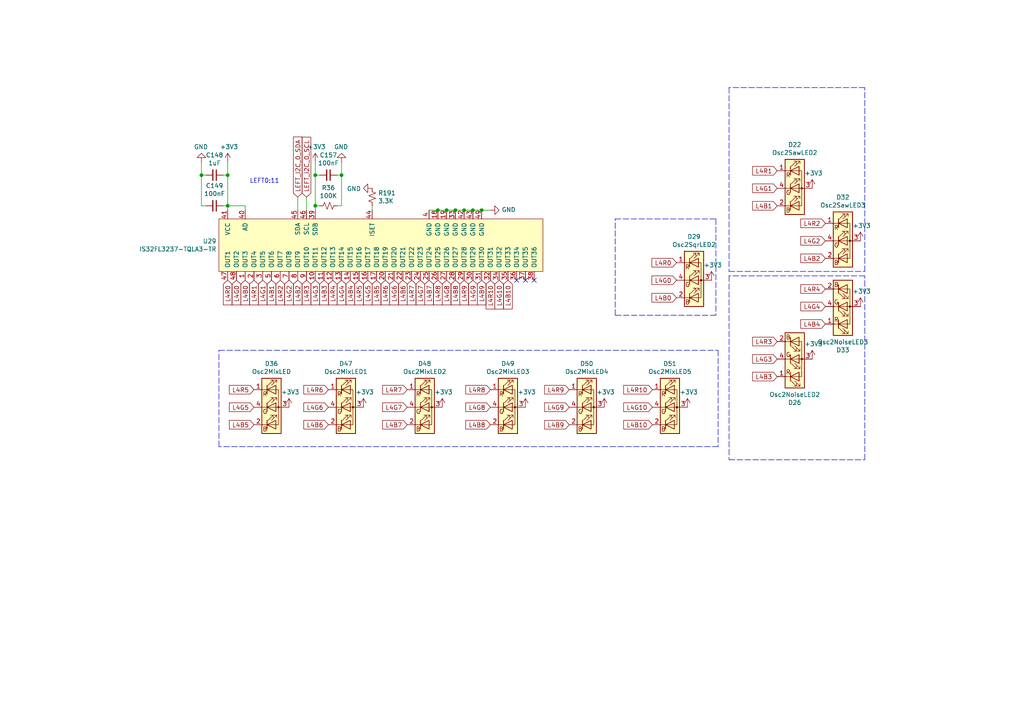
<source format=kicad_sch>
(kicad_sch (version 20210621) (generator eeschema)
  (paper "A4")
  (lib_symbols
    (symbol "Device:C_Small" (pin_numbers hide) (pin_names (offset 0.254) hide)
      (property "Reference" "C" (at 0.254 1.778 0))
      (property "Value" "C_Small" (at 0.254 -2.032 0))
      (symbol "C_Small_0_1"
        (polyline (pts (xy -1.524 -0.508) (xy 1.524 -0.508)) (stroke (width 0.3302)))
        (polyline (pts (xy -1.524 0.508) (xy 1.524 0.508)) (stroke (width 0.3048)))
      )
      (symbol "C_Small_1_1"
        (pin passive line (at 0 2.54 270) (length 2.032) (name "~") (number "1"))
        (pin passive line (at 0 -2.54 90) (length 2.032) (name "~") (number "2"))
      )
    )
    (symbol "Device:R_Small_US" (pin_numbers hide) (pin_names (offset 0.254) hide)
      (property "Reference" "R" (at 0.762 0.508 0))
      (property "Value" "R_Small_US" (at 0.762 -1.016 0))
      (symbol "R_Small_US_1_1"
        (polyline (pts (xy 0 0) (xy 1.016 -0.381) (xy 0 -0.762) (xy -1.016 -1.143) (xy 0 -1.524)))
        (polyline (pts (xy 0 1.524) (xy 1.016 1.143) (xy 0 0.762) (xy -1.016 0.381) (xy 0 0)))
        (pin passive line (at 0 2.54 270) (length 1.016) (name "~") (number "1"))
        (pin passive line (at 0 -2.54 90) (length 1.016) (name "~") (number "2"))
      )
    )
    (symbol "IS32FL3237:IS32FL3237-TQLA3-TR" (pin_names (offset 1.016))
      (property "Reference" "U" (at 0 0 0))
      (property "Value" "IS32FL3237-TQLA3-TR" (at 0 0 0))
      (symbol "IS32FL3237-TQLA3-TR_0_1"
        (rectangle (start -7.62 -2.54) (end 7.62 -96.52) (fill (type background)))
      )
      (symbol "IS32FL3237-TQLA3-TR_1_1"
        (pin output line (at 10.16 -10.16 180) (length 2.54) (name "OUT3") (number "1"))
        (pin output line (at 10.16 -30.48 180) (length 2.54) (name "OUT11") (number "10"))
        (pin output line (at 10.16 -33.02 180) (length 2.54) (name "OUT12") (number "11"))
        (pin output line (at 10.16 -35.56 180) (length 2.54) (name "OUT13") (number "12"))
        (pin output line (at 10.16 -38.1 180) (length 2.54) (name "OUT14") (number "13"))
        (pin output line (at 10.16 -40.64 180) (length 2.54) (name "OUT15") (number "14"))
        (pin output line (at 10.16 -43.18 180) (length 2.54) (name "OUT16") (number "15"))
        (pin output line (at 10.16 -45.72 180) (length 2.54) (name "OUT17") (number "16"))
        (pin output line (at 10.16 -48.26 180) (length 2.54) (name "OUT18") (number "17"))
        (pin power_in line (at -10.16 -66.04 0) (length 2.54) (name "GND") (number "18"))
        (pin power_in line (at -10.16 -68.58 0) (length 2.54) (name "GND") (number "19"))
        (pin output line (at 10.16 -12.7 180) (length 2.54) (name "OUT4") (number "2"))
        (pin output line (at 10.16 -50.8 180) (length 2.54) (name "OUT19") (number "20"))
        (pin output line (at 10.16 -53.34 180) (length 2.54) (name "OUT20") (number "21"))
        (pin output line (at 10.16 -55.88 180) (length 2.54) (name "OUT21") (number "22"))
        (pin output line (at 10.16 -58.42 180) (length 2.54) (name "OUT22") (number "23"))
        (pin output line (at 10.16 -60.96 180) (length 2.54) (name "OUT23") (number "24"))
        (pin output line (at 10.16 -63.5 180) (length 2.54) (name "OUT24") (number "25"))
        (pin output line (at 10.16 -66.04 180) (length 2.54) (name "OUT25") (number "26"))
        (pin output line (at 10.16 -68.58 180) (length 2.54) (name "OUT26") (number "27"))
        (pin output line (at 10.16 -71.12 180) (length 2.54) (name "OUT27") (number "28"))
        (pin output line (at 10.16 -73.66 180) (length 2.54) (name "OUT28") (number "29"))
        (pin output line (at 10.16 -15.24 180) (length 2.54) (name "OUT5") (number "3"))
        (pin output line (at 10.16 -76.2 180) (length 2.54) (name "OUT29") (number "30"))
        (pin output line (at 10.16 -78.74 180) (length 2.54) (name "OUT30") (number "31"))
        (pin output line (at 10.16 -81.28 180) (length 2.54) (name "OUT31") (number "32"))
        (pin power_in line (at -10.16 -71.12 0) (length 2.54) (name "GND") (number "33"))
        (pin output line (at 10.16 -83.82 180) (length 2.54) (name "OUT32") (number "34"))
        (pin output line (at 10.16 -86.36 180) (length 2.54) (name "OUT33") (number "35"))
        (pin output line (at 10.16 -88.9 180) (length 2.54) (name "OUT34") (number "36"))
        (pin output line (at 10.16 -91.44 180) (length 2.54) (name "OUT35") (number "37"))
        (pin output line (at 10.16 -93.98 180) (length 2.54) (name "OUT36") (number "38"))
        (pin input line (at -10.16 -30.48 0) (length 2.54) (name "SDB") (number "39"))
        (pin power_in line (at -10.16 -63.5 0) (length 2.54) (name "GND") (number "4"))
        (pin input line (at -10.16 -10.16 0) (length 2.54) (name "AD") (number "40"))
        (pin power_in line (at -10.16 -5.08 0) (length 2.54) (name "VCC") (number "41"))
        (pin power_in line (at -10.16 -73.66 0) (length 2.54) (name "GND") (number "42"))
        (pin power_in line (at -10.16 -76.2 0) (length 2.54) (name "GND") (number "43"))
        (pin input line (at -10.16 -46.99 0) (length 2.54) (name "ISET") (number "44"))
        (pin input line (at -10.16 -25.4 0) (length 2.54) (name "SDA") (number "45"))
        (pin input line (at -10.16 -27.94 0) (length 2.54) (name "SCL") (number "46"))
        (pin output line (at 10.16 -5.08 180) (length 2.54) (name "OUT1") (number "47"))
        (pin output line (at 10.16 -7.62 180) (length 2.54) (name "OUT2") (number "48"))
        (pin power_in line (at -10.16 -78.74 0) (length 2.54) (name "GND") (number "49"))
        (pin output line (at 10.16 -17.78 180) (length 2.54) (name "OUT6") (number "5"))
        (pin output line (at 10.16 -20.32 180) (length 2.54) (name "OUT7") (number "6"))
        (pin output line (at 10.16 -22.86 180) (length 2.54) (name "OUT8") (number "7"))
        (pin output line (at 10.16 -25.4 180) (length 2.54) (name "OUT9") (number "8"))
        (pin output line (at 10.16 -27.94 180) (length 2.54) (name "OUT10") (number "9"))
      )
    )
    (symbol "fm-b2020rgba-hg:FM-B2020RGBA-HG" (pin_names (offset 0) hide)
      (property "Reference" "D" (at 0 9.398 0))
      (property "Value" "FM-B2020RGBA-HG" (at 0 -8.89 0))
      (symbol "FM-B2020RGBA-HG_0_0"
        (text "B" (at -1.905 -6.35 0) (effects (font (size 1.27 1.27))))
        (text "G" (at -1.905 -1.27 0) (effects (font (size 1.27 1.27))))
        (text "R" (at -1.905 3.81 0) (effects (font (size 1.27 1.27))))
      )
      (symbol "FM-B2020RGBA-HG_0_1"
        (circle (center 2.032 0) (radius 0.254) (fill (type outline)))
        (rectangle (start 1.27 -1.27) (end 1.27 1.27))
        (rectangle (start 1.27 1.27) (end 1.27 1.27))
        (rectangle (start 1.27 3.81) (end 1.27 6.35))
        (rectangle (start 1.27 6.35) (end 1.27 6.35))
        (rectangle (start 2.794 8.382) (end -2.794 -7.62) (stroke (width 0.254)) (fill (type background)))
        (polyline (pts (xy -1.27 -5.08) (xy -2.54 -5.08)))
        (polyline (pts (xy -1.27 -5.08) (xy 1.27 -5.08)))
        (polyline (pts (xy -1.27 -3.81) (xy -1.27 -6.35)))
        (polyline (pts (xy -1.27 -3.81) (xy -1.27 -6.35)) (stroke (width 0.2032)))
        (polyline (pts (xy -1.27 0) (xy -2.54 0)))
        (polyline (pts (xy -1.27 0) (xy 1.27 0)))
        (polyline (pts (xy -1.27 1.27) (xy -1.27 -1.27)) (stroke (width 0.2032)))
        (polyline (pts (xy -1.27 5.08) (xy -2.54 5.08)))
        (polyline (pts (xy -1.27 6.35) (xy -1.27 3.81)) (stroke (width 0.2032)))
        (polyline (pts (xy 1.27 0) (xy 2.54 0)))
        (polyline (pts (xy 1.27 5.08) (xy -1.27 5.08)))
        (polyline (pts (xy -1.27 1.27) (xy -1.27 -1.27) (xy -1.27 -1.27)))
        (polyline (pts (xy -1.27 6.35) (xy -1.27 3.81) (xy -1.27 3.81)))
        (polyline (pts (xy 1.27 -5.08) (xy 2.032 -5.08) (xy 2.032 5.08) (xy 1.27 5.08)))
        (polyline (pts (xy 1.27 -3.81) (xy 1.27 -6.35) (xy -1.27 -5.08) (xy 1.27 -3.81)) (stroke (width 0.2032)))
        (polyline (pts (xy 1.27 1.27) (xy 1.27 -1.27) (xy -1.27 0) (xy 1.27 1.27)) (stroke (width 0.2032)))
        (polyline (pts (xy 1.27 6.35) (xy 1.27 3.81) (xy -1.27 5.08) (xy 1.27 6.35)) (stroke (width 0.2032)))
        (polyline (pts (xy -1.016 -3.81) (xy 0.508 -2.286) (xy -0.254 -2.286) (xy 0.508 -2.286) (xy 0.508 -3.048)))
        (polyline (pts (xy -1.016 1.27) (xy 0.508 2.794) (xy -0.254 2.794) (xy 0.508 2.794) (xy 0.508 2.032)))
        (polyline (pts (xy -1.016 6.35) (xy 0.508 7.874) (xy -0.254 7.874) (xy 0.508 7.874) (xy 0.508 7.112)))
        (polyline (pts (xy 0 -3.81) (xy 1.524 -2.286) (xy 0.762 -2.286) (xy 1.524 -2.286) (xy 1.524 -3.048)))
        (polyline (pts (xy 0 1.27) (xy 1.524 2.794) (xy 0.762 2.794) (xy 1.524 2.794) (xy 1.524 2.032)))
        (polyline (pts (xy 0 6.35) (xy 1.524 7.874) (xy 0.762 7.874) (xy 1.524 7.874) (xy 1.524 7.112)))
      )
      (symbol "FM-B2020RGBA-HG_1_1"
        (pin passive line (at -5.08 5.08 0) (length 2.54) (name "R-") (number "1"))
        (pin passive line (at -5.08 -5.08 0) (length 2.54) (name "B-") (number "2"))
        (pin passive line (at 5.08 0 180) (length 2.54) (name "+") (number "3"))
        (pin passive line (at -5.08 0 0) (length 2.54) (name "G-") (number "4"))
      )
    )
    (symbol "power:+3.3V" (power) (pin_names (offset 0))
      (property "Value" "+3.3V" (at 0 3.556 0))
      (symbol "+3.3V_0_1"
        (polyline (pts (xy -0.762 1.27) (xy 0 2.54)))
        (polyline (pts (xy 0 0) (xy 0 2.54)))
        (polyline (pts (xy 0 2.54) (xy 0.762 1.27)))
      )
      (symbol "+3.3V_1_1"
        (pin power_in line (at 0 0 90) (length 0) hide (name "+3V3") (number "1"))
      )
    )
    (symbol "power:GND" (power) (pin_names (offset 0))
      (property "Value" "GND" (at 0 -3.81 0))
      (symbol "GND_0_1"
        (polyline (pts (xy 0 0) (xy 0 -1.27) (xy 1.27 -1.27) (xy 0 -2.54) (xy -1.27 -1.27) (xy 0 -1.27)))
      )
      (symbol "GND_1_1"
        (pin power_in line (at 0 0 270) (length 0) hide (name "GND") (number "1"))
      )
    )
  )
  (junction (at 58.42 50.8))
  (junction (at 66.04 50.8))
  (junction (at 66.04 59.69))
  (junction (at 91.44 50.8))
  (junction (at 91.44 59.69))
  (junction (at 99.06 50.8))
  (junction (at 127 60.96))
  (junction (at 129.54 60.96))
  (junction (at 132.08 60.96))
  (junction (at 134.62 60.96))
  (junction (at 137.16 60.96))
  (junction (at 139.7 60.96))
  (no_connect (at 149.86 81.28))
  (no_connect (at 152.4 81.28))
  (no_connect (at 154.94 81.28))
  (wire (pts (xy 58.42 46.99) (xy 58.42 50.8)))
  (wire (pts (xy 58.42 50.8) (xy 58.42 59.69)))
  (wire (pts (xy 58.42 59.69) (xy 59.69 59.69)))
  (wire (pts (xy 59.69 50.8) (xy 58.42 50.8)))
  (wire (pts (xy 64.77 50.8) (xy 66.04 50.8)))
  (wire (pts (xy 64.77 59.69) (xy 66.04 59.69)))
  (wire (pts (xy 66.04 46.99) (xy 66.04 50.8)))
  (wire (pts (xy 66.04 50.8) (xy 66.04 59.69)))
  (wire (pts (xy 66.04 59.69) (xy 66.04 60.96)))
  (wire (pts (xy 66.04 59.69) (xy 71.12 59.69)))
  (wire (pts (xy 71.12 60.96) (xy 71.12 59.69)))
  (wire (pts (xy 86.36 57.15) (xy 86.36 60.96)))
  (wire (pts (xy 88.9 57.15) (xy 88.9 60.96)))
  (wire (pts (xy 91.44 46.99) (xy 91.44 50.8)))
  (wire (pts (xy 91.44 50.8) (xy 91.44 59.69)))
  (wire (pts (xy 91.44 59.69) (xy 91.44 60.96)))
  (wire (pts (xy 92.71 50.8) (xy 91.44 50.8)))
  (wire (pts (xy 92.71 59.69) (xy 91.44 59.69)))
  (wire (pts (xy 97.79 50.8) (xy 99.06 50.8)))
  (wire (pts (xy 99.06 46.99) (xy 99.06 50.8)))
  (wire (pts (xy 99.06 50.8) (xy 99.06 59.69)))
  (wire (pts (xy 99.06 59.69) (xy 97.79 59.69)))
  (wire (pts (xy 107.95 59.69) (xy 107.95 60.96)))
  (wire (pts (xy 127 60.96) (xy 124.46 60.96)))
  (wire (pts (xy 129.54 60.96) (xy 127 60.96)))
  (wire (pts (xy 132.08 60.96) (xy 129.54 60.96)))
  (wire (pts (xy 134.62 60.96) (xy 132.08 60.96)))
  (wire (pts (xy 137.16 60.96) (xy 134.62 60.96)))
  (wire (pts (xy 139.7 60.96) (xy 137.16 60.96)))
  (wire (pts (xy 142.24 60.96) (xy 139.7 60.96)))
  (polyline (pts (xy 63.5 101.6) (xy 208.28 101.6)))
  (polyline (pts (xy 63.5 129.54) (xy 63.5 101.6)))
  (polyline (pts (xy 178.435 63.5) (xy 207.645 63.5)))
  (polyline (pts (xy 178.435 91.44) (xy 178.435 63.5)))
  (polyline (pts (xy 207.645 63.5) (xy 207.645 91.44)))
  (polyline (pts (xy 207.645 91.44) (xy 178.435 91.44)))
  (polyline (pts (xy 208.28 101.6) (xy 208.28 129.54)))
  (polyline (pts (xy 208.28 129.54) (xy 63.5 129.54)))
  (polyline (pts (xy 211.455 25.4) (xy 211.455 78.74)))
  (polyline (pts (xy 211.455 78.74) (xy 250.825 78.74)))
  (polyline (pts (xy 211.455 80.01) (xy 211.455 133.35)))
  (polyline (pts (xy 211.455 133.35) (xy 250.825 133.35)))
  (polyline (pts (xy 250.825 25.4) (xy 211.455 25.4)))
  (polyline (pts (xy 250.825 78.74) (xy 250.825 25.4)))
  (polyline (pts (xy 250.825 80.01) (xy 211.455 80.01)))
  (polyline (pts (xy 250.825 133.35) (xy 250.825 80.01)))
  (text "LEFT0:11" (at 72.39 53.34 0) (effects (font (size 1.27 1.27)) (justify left bottom)))
  (global_label "L4R0" (shape input) (at 66.04 81.28 270) (property "Intersheet References" "${INTERSHEET_REFS}" (effects hide)))
  (global_label "L4G0" (shape input) (at 68.58 81.28 270) (property "Intersheet References" "${INTERSHEET_REFS}" (effects hide)))
  (global_label "L4B0" (shape input) (at 71.12 81.28 270) (property "Intersheet References" "${INTERSHEET_REFS}" (effects hide)))
  (global_label "L4R1" (shape input) (at 73.66 81.28 270) (property "Intersheet References" "${INTERSHEET_REFS}" (effects hide)))
  (global_label "L4R5" (shape input) (at 73.66 113.03 180) (property "Intersheet References" "${INTERSHEET_REFS}" (effects hide)))
  (global_label "L4G5" (shape input) (at 73.66 118.11 180) (property "Intersheet References" "${INTERSHEET_REFS}" (effects hide)))
  (global_label "L4B5" (shape input) (at 73.66 123.19 180) (property "Intersheet References" "${INTERSHEET_REFS}" (effects hide)))
  (global_label "L4G1" (shape input) (at 76.2 81.28 270) (property "Intersheet References" "${INTERSHEET_REFS}" (effects hide)))
  (global_label "L4B1" (shape input) (at 78.74 81.28 270) (property "Intersheet References" "${INTERSHEET_REFS}" (effects hide)))
  (global_label "L4R2" (shape input) (at 81.28 81.28 270) (property "Intersheet References" "${INTERSHEET_REFS}" (effects hide)))
  (global_label "L4G2" (shape input) (at 83.82 81.28 270) (property "Intersheet References" "${INTERSHEET_REFS}" (effects hide)))
  (global_label "LEFT_I2C_0_SDA" (shape input) (at 86.36 57.15 90) (property "Intersheet References" "${INTERSHEET_REFS}" (effects hide)))
  (global_label "L4B2" (shape input) (at 86.36 81.28 270) (property "Intersheet References" "${INTERSHEET_REFS}" (effects hide)))
  (global_label "LEFT_I2C_0_SCL" (shape input) (at 88.9 57.15 90) (property "Intersheet References" "${INTERSHEET_REFS}" (effects hide)))
  (global_label "L4R3" (shape input) (at 88.9 81.28 270) (property "Intersheet References" "${INTERSHEET_REFS}" (effects hide)))
  (global_label "L4G3" (shape input) (at 91.44 81.28 270) (property "Intersheet References" "${INTERSHEET_REFS}" (effects hide)))
  (global_label "L4B3" (shape input) (at 93.98 81.28 270) (property "Intersheet References" "${INTERSHEET_REFS}" (effects hide)))
  (global_label "L4R6" (shape input) (at 95.25 113.03 180) (property "Intersheet References" "${INTERSHEET_REFS}" (effects hide)))
  (global_label "L4G6" (shape input) (at 95.25 118.11 180) (property "Intersheet References" "${INTERSHEET_REFS}" (effects hide)))
  (global_label "L4B6" (shape input) (at 95.25 123.19 180) (property "Intersheet References" "${INTERSHEET_REFS}" (effects hide)))
  (global_label "L4R4" (shape input) (at 96.52 81.28 270) (property "Intersheet References" "${INTERSHEET_REFS}" (effects hide)))
  (global_label "L4G4" (shape input) (at 99.06 81.28 270) (property "Intersheet References" "${INTERSHEET_REFS}" (effects hide)))
  (global_label "L4B4" (shape input) (at 101.6 81.28 270) (property "Intersheet References" "${INTERSHEET_REFS}" (effects hide)))
  (global_label "L4R5" (shape input) (at 104.14 81.28 270) (property "Intersheet References" "${INTERSHEET_REFS}" (effects hide)))
  (global_label "L4G5" (shape input) (at 106.68 81.28 270) (property "Intersheet References" "${INTERSHEET_REFS}" (effects hide)))
  (global_label "L4B5" (shape input) (at 109.22 81.28 270) (property "Intersheet References" "${INTERSHEET_REFS}" (effects hide)))
  (global_label "L4R6" (shape input) (at 111.76 81.28 270) (property "Intersheet References" "${INTERSHEET_REFS}" (effects hide)))
  (global_label "L4G6" (shape input) (at 114.3 81.28 270) (property "Intersheet References" "${INTERSHEET_REFS}" (effects hide)))
  (global_label "L4B6" (shape input) (at 116.84 81.28 270) (property "Intersheet References" "${INTERSHEET_REFS}" (effects hide)))
  (global_label "L4R7" (shape input) (at 118.11 113.03 180) (property "Intersheet References" "${INTERSHEET_REFS}" (effects hide)))
  (global_label "L4G7" (shape input) (at 118.11 118.11 180) (property "Intersheet References" "${INTERSHEET_REFS}" (effects hide)))
  (global_label "L4B7" (shape input) (at 118.11 123.19 180) (property "Intersheet References" "${INTERSHEET_REFS}" (effects hide)))
  (global_label "L4R7" (shape input) (at 119.38 81.28 270) (property "Intersheet References" "${INTERSHEET_REFS}" (effects hide)))
  (global_label "L4G7" (shape input) (at 121.92 81.28 270) (property "Intersheet References" "${INTERSHEET_REFS}" (effects hide)))
  (global_label "L4B7" (shape input) (at 124.46 81.28 270) (property "Intersheet References" "${INTERSHEET_REFS}" (effects hide)))
  (global_label "L4R8" (shape input) (at 127 81.28 270) (property "Intersheet References" "${INTERSHEET_REFS}" (effects hide)))
  (global_label "L4G8" (shape input) (at 129.54 81.28 270) (property "Intersheet References" "${INTERSHEET_REFS}" (effects hide)))
  (global_label "L4B8" (shape input) (at 132.08 81.28 270) (property "Intersheet References" "${INTERSHEET_REFS}" (effects hide)))
  (global_label "L4R9" (shape input) (at 134.62 81.28 270) (property "Intersheet References" "${INTERSHEET_REFS}" (effects hide)))
  (global_label "L4G9" (shape input) (at 137.16 81.28 270) (property "Intersheet References" "${INTERSHEET_REFS}" (effects hide)))
  (global_label "L4B9" (shape input) (at 139.7 81.28 270) (property "Intersheet References" "${INTERSHEET_REFS}" (effects hide)))
  (global_label "L4R10" (shape input) (at 142.24 81.28 270) (property "Intersheet References" "${INTERSHEET_REFS}" (effects hide)))
  (global_label "L4R8" (shape input) (at 142.24 113.03 180) (property "Intersheet References" "${INTERSHEET_REFS}" (effects hide)))
  (global_label "L4G8" (shape input) (at 142.24 118.11 180) (property "Intersheet References" "${INTERSHEET_REFS}" (effects hide)))
  (global_label "L4B8" (shape input) (at 142.24 123.19 180) (property "Intersheet References" "${INTERSHEET_REFS}" (effects hide)))
  (global_label "L4G10" (shape input) (at 144.78 81.28 270) (property "Intersheet References" "${INTERSHEET_REFS}" (effects hide)))
  (global_label "L4B10" (shape input) (at 147.32 81.28 270) (property "Intersheet References" "${INTERSHEET_REFS}" (effects hide)))
  (global_label "L4R9" (shape input) (at 165.1 113.03 180) (property "Intersheet References" "${INTERSHEET_REFS}" (effects hide)))
  (global_label "L4G9" (shape input) (at 165.1 118.11 180) (property "Intersheet References" "${INTERSHEET_REFS}" (effects hide)))
  (global_label "L4B9" (shape input) (at 165.1 123.19 180) (property "Intersheet References" "${INTERSHEET_REFS}" (effects hide)))
  (global_label "L4R10" (shape input) (at 189.23 113.03 180) (property "Intersheet References" "${INTERSHEET_REFS}" (effects hide)))
  (global_label "L4G10" (shape input) (at 189.23 118.11 180) (property "Intersheet References" "${INTERSHEET_REFS}" (effects hide)))
  (global_label "L4B10" (shape input) (at 189.23 123.19 180) (property "Intersheet References" "${INTERSHEET_REFS}" (effects hide)))
  (global_label "L4R0" (shape input) (at 196.215 76.2 180) (property "Intersheet References" "${INTERSHEET_REFS}" (effects hide)))
  (global_label "L4G0" (shape input) (at 196.215 81.28 180) (property "Intersheet References" "${INTERSHEET_REFS}" (effects hide)))
  (global_label "L4B0" (shape input) (at 196.215 86.36 180) (property "Intersheet References" "${INTERSHEET_REFS}" (effects hide)))
  (global_label "L4R1" (shape input) (at 225.425 49.53 180) (property "Intersheet References" "${INTERSHEET_REFS}" (effects hide)))
  (global_label "L4G1" (shape input) (at 225.425 54.61 180) (property "Intersheet References" "${INTERSHEET_REFS}" (effects hide)))
  (global_label "L4B1" (shape input) (at 225.425 59.69 180) (property "Intersheet References" "${INTERSHEET_REFS}" (effects hide)))
  (global_label "L4R3" (shape input) (at 225.425 99.06 180) (property "Intersheet References" "${INTERSHEET_REFS}" (effects hide)))
  (global_label "L4G3" (shape input) (at 225.425 104.14 180) (property "Intersheet References" "${INTERSHEET_REFS}" (effects hide)))
  (global_label "L4B3" (shape input) (at 225.425 109.22 180) (property "Intersheet References" "${INTERSHEET_REFS}" (effects hide)))
  (global_label "L4R2" (shape input) (at 239.395 64.77 180) (property "Intersheet References" "${INTERSHEET_REFS}" (effects hide)))
  (global_label "L4G2" (shape input) (at 239.395 69.85 180) (property "Intersheet References" "${INTERSHEET_REFS}" (effects hide)))
  (global_label "L4B2" (shape input) (at 239.395 74.93 180) (property "Intersheet References" "${INTERSHEET_REFS}" (effects hide)))
  (global_label "L4R4" (shape input) (at 239.395 83.82 180) (property "Intersheet References" "${INTERSHEET_REFS}" (effects hide)))
  (global_label "L4G4" (shape input) (at 239.395 88.9 180) (property "Intersheet References" "${INTERSHEET_REFS}" (effects hide)))
  (global_label "L4B4" (shape input) (at 239.395 93.98 180) (property "Intersheet References" "${INTERSHEET_REFS}" (effects hide)))
  (symbol (lib_id "power:+3.3V") (at 66.04 46.99 0) (unit 1)
    (property "Reference" "#PWR078" (effects hide))
    (property "Value" "+3.3V" (at 66.421 42.5958 0))
  )
  (symbol (lib_id "power:+3.3V") (at 83.82 118.11 0) (unit 1)
    (property "Reference" "#PWR0718" (effects hide))
    (property "Value" "+3.3V" (at 84.201 113.7158 0))
  )
  (symbol (lib_id "power:+3.3V") (at 91.44 46.99 0) (unit 1)
    (property "Reference" "#PWR0338" (effects hide))
    (property "Value" "+3.3V" (at 91.821 42.5958 0))
  )
  (symbol (lib_id "power:+3.3V") (at 105.41 118.11 0) (unit 1)
    (property "Reference" "#PWR0719" (effects hide))
    (property "Value" "+3.3V" (at 105.791 113.7158 0))
  )
  (symbol (lib_id "power:+3.3V") (at 128.27 118.11 0) (unit 1)
    (property "Reference" "#PWR0722" (effects hide))
    (property "Value" "+3.3V" (at 128.651 113.7158 0))
  )
  (symbol (lib_id "power:+3.3V") (at 152.4 118.11 0) (unit 1)
    (property "Reference" "#PWR0723" (effects hide))
    (property "Value" "+3.3V" (at 152.781 113.7158 0))
  )
  (symbol (lib_id "power:+3.3V") (at 175.26 118.11 0) (unit 1)
    (property "Reference" "#PWR0724" (effects hide))
    (property "Value" "+3.3V" (at 175.641 113.7158 0))
  )
  (symbol (lib_id "power:+3.3V") (at 199.39 118.11 0) (unit 1)
    (property "Reference" "#PWR0725" (effects hide))
    (property "Value" "+3.3V" (at 199.771 113.7158 0))
  )
  (symbol (lib_id "power:+3.3V") (at 206.375 81.28 0) (unit 1)
    (property "Reference" "#PWR0701" (effects hide))
    (property "Value" "+3.3V" (at 206.756 76.8858 0))
  )
  (symbol (lib_id "power:+3.3V") (at 235.585 54.61 0) (unit 1)
    (property "Reference" "#PWR0700" (effects hide))
    (property "Value" "+3.3V" (at 235.966 50.2158 0))
  )
  (symbol (lib_id "power:+3.3V") (at 235.585 104.14 0) (unit 1)
    (property "Reference" "#PWR0704" (effects hide))
    (property "Value" "+3.3V" (at 235.966 99.7458 0))
  )
  (symbol (lib_id "power:+3.3V") (at 249.555 69.85 0) (unit 1)
    (property "Reference" "#PWR0702" (effects hide))
    (property "Value" "+3.3V" (at 249.936 65.4558 0))
  )
  (symbol (lib_id "power:+3.3V") (at 249.555 88.9 0) (unit 1)
    (property "Reference" "#PWR0703" (effects hide))
    (property "Value" "+3.3V" (at 249.936 84.5058 0))
  )
  (symbol (lib_id "power:GND") (at 58.42 46.99 180) (unit 1)
    (property "Reference" "#PWR071" (effects hide))
    (property "Value" "GND" (at 58.293 42.5958 0))
  )
  (symbol (lib_id "power:GND") (at 99.06 46.99 180) (unit 1)
    (property "Reference" "#PWR0363" (effects hide))
    (property "Value" "GND" (at 98.933 42.5958 0))
  )
  (symbol (lib_id "power:GND") (at 107.95 54.61 270) (unit 1)
    (property "Reference" "#PWR0390" (effects hide))
    (property "Value" "GND" (at 104.6988 54.737 90) (effects (justify right)))
  )
  (symbol (lib_id "power:GND") (at 142.24 60.96 90) (unit 1)
    (property "Reference" "#PWR0398" (effects hide))
    (property "Value" "GND" (at 145.4912 60.833 90) (effects (justify right)))
  )
  (symbol (lib_id "Device:R_Small_US") (at 95.25 59.69 270) (unit 1)
    (property "Reference" "R36" (at 95.25 54.483 90))
    (property "Value" "100K" (at 95.25 56.7944 90))
    (property "Footprint" "Resistor_SMD:R_0402_1005Metric" (effects hide))
    (property "LCSC" " C25741" (effects hide))
  )
  (symbol (lib_id "Device:R_Small_US") (at 107.95 57.15 0) (unit 1)
    (property "Reference" "R191" (at 109.6772 55.9816 0) (effects (justify left)))
    (property "Value" "3.3K" (at 109.6772 58.293 0) (effects (justify left)))
    (property "Footprint" "Resistor_SMD:R_0402_1005Metric" (effects hide))
    (property "LCSC" "C25890" (effects hide))
  )
  (symbol (lib_id "Device:C_Small") (at 62.23 50.8 270) (unit 1)
    (property "Reference" "C148" (at 62.23 44.9834 90))
    (property "Value" "1uF" (at 62.23 47.2948 90))
    (property "Footprint" "Capacitor_SMD:C_0402_1005Metric" (effects hide))
    (property "LCSC" "C52923" (effects hide))
  )
  (symbol (lib_id "Device:C_Small") (at 62.23 59.69 270) (unit 1)
    (property "Reference" "C149" (at 62.23 53.8734 90))
    (property "Value" "100nF" (at 62.23 56.1848 90))
    (property "Footprint" "Capacitor_SMD:C_0402_1005Metric" (effects hide))
    (property "LCSC" "C1525" (effects hide))
  )
  (symbol (lib_id "Device:C_Small") (at 95.25 50.8 270) (unit 1)
    (property "Reference" "C157" (at 95.25 44.9834 90))
    (property "Value" "100nF" (at 95.25 47.2948 90))
    (property "Footprint" "Capacitor_SMD:C_0402_1005Metric" (effects hide))
    (property "LCSC" "C1525" (effects hide))
  )
  (symbol (lib_id "fm-b2020rgba-hg:FM-B2020RGBA-HG") (at 78.74 118.11 0) (unit 1)
    (property "Reference" "D36" (at 78.74 105.4862 0))
    (property "Value" "Osc2MixLED" (at 78.74 107.7976 0))
    (property "Footprint" "fm-b2020rgba-hg:FM-B2020RGBA-HG" (effects hide))
    (property "LCSC" "C108793" (effects hide))
  )
  (symbol (lib_id "fm-b2020rgba-hg:FM-B2020RGBA-HG") (at 100.33 118.11 0) (unit 1)
    (property "Reference" "D47" (at 100.33 105.4862 0))
    (property "Value" "Osc2MixLED1" (at 100.33 107.7976 0))
    (property "Footprint" "fm-b2020rgba-hg:FM-B2020RGBA-HG" (effects hide))
    (property "LCSC" "C108793" (effects hide))
  )
  (symbol (lib_id "fm-b2020rgba-hg:FM-B2020RGBA-HG") (at 123.19 118.11 0) (unit 1)
    (property "Reference" "D48" (at 123.19 105.4862 0))
    (property "Value" "Osc2MixLED2" (at 123.19 107.7976 0))
    (property "Footprint" "fm-b2020rgba-hg:FM-B2020RGBA-HG" (effects hide))
    (property "LCSC" "C108793" (effects hide))
  )
  (symbol (lib_id "fm-b2020rgba-hg:FM-B2020RGBA-HG") (at 147.32 118.11 0) (unit 1)
    (property "Reference" "D49" (at 147.32 105.4862 0))
    (property "Value" "Osc2MixLED3" (at 147.32 107.7976 0))
    (property "Footprint" "fm-b2020rgba-hg:FM-B2020RGBA-HG" (effects hide))
    (property "LCSC" "C108793" (effects hide))
  )
  (symbol (lib_id "fm-b2020rgba-hg:FM-B2020RGBA-HG") (at 170.18 118.11 0) (unit 1)
    (property "Reference" "D50" (at 170.18 105.4862 0))
    (property "Value" "Osc2MixLED4" (at 170.18 107.7976 0))
    (property "Footprint" "fm-b2020rgba-hg:FM-B2020RGBA-HG" (effects hide))
    (property "LCSC" "C108793" (effects hide))
  )
  (symbol (lib_id "fm-b2020rgba-hg:FM-B2020RGBA-HG") (at 194.31 118.11 0) (unit 1)
    (property "Reference" "D51" (at 194.31 105.4862 0))
    (property "Value" "Osc2MixLED5" (at 194.31 107.7976 0))
    (property "Footprint" "fm-b2020rgba-hg:FM-B2020RGBA-HG" (effects hide))
    (property "LCSC" "C108793" (effects hide))
  )
  (symbol (lib_id "fm-b2020rgba-hg:FM-B2020RGBA-HG") (at 201.295 81.28 0) (unit 1)
    (property "Reference" "D29" (at 201.295 68.6562 0))
    (property "Value" "Osc2SqrLED2" (at 201.295 70.9676 0))
    (property "Footprint" "fm-b2020rgba-hg:FM-B2020RGBA-HG" (effects hide))
    (property "LCSC" "C108793" (effects hide))
  )
  (symbol (lib_id "fm-b2020rgba-hg:FM-B2020RGBA-HG") (at 230.505 54.61 0) (unit 1)
    (property "Reference" "D22" (at 230.505 41.9862 0))
    (property "Value" "Osc2SawLED2" (at 230.505 44.2976 0))
    (property "Footprint" "fm-b2020rgba-hg:FM-B2020RGBA-HG" (effects hide))
    (property "LCSC" "C108793" (effects hide))
  )
  (symbol (lib_id "fm-b2020rgba-hg:FM-B2020RGBA-HG") (at 230.505 104.14 0) (mirror x) (unit 1)
    (property "Reference" "D26" (at 230.505 116.7638 0))
    (property "Value" "Osc2NoiseLED2" (at 230.505 114.4524 0))
    (property "Footprint" "fm-b2020rgba-hg:FM-B2020RGBA-HG" (effects hide))
    (property "LCSC" "C108793" (effects hide))
  )
  (symbol (lib_id "fm-b2020rgba-hg:FM-B2020RGBA-HG") (at 244.475 69.85 0) (unit 1)
    (property "Reference" "D32" (at 244.475 57.2262 0))
    (property "Value" "Osc2SawLED3" (at 244.475 59.5376 0))
    (property "Footprint" "fm-b2020rgba-hg:FM-B2020RGBA-HG" (effects hide))
    (property "LCSC" "C108793" (effects hide))
  )
  (symbol (lib_id "fm-b2020rgba-hg:FM-B2020RGBA-HG") (at 244.475 88.9 0) (mirror x) (unit 1)
    (property "Reference" "D33" (at 244.475 101.5238 0))
    (property "Value" "Osc2NoiseLED3" (at 244.475 99.2124 0))
    (property "Footprint" "fm-b2020rgba-hg:FM-B2020RGBA-HG" (effects hide))
    (property "LCSC" "C108793" (effects hide))
  )
  (symbol (lib_id "IS32FL3237:IS32FL3237-TQLA3-TR") (at 60.96 71.12 90) (mirror x) (unit 1)
    (property "Reference" "U29" (at 62.7888 69.9516 90) (effects (justify left)))
    (property "Value" "IS32FL3237-TQLA3-TR" (at 62.7888 72.263 90) (effects (justify left)))
    (property "Footprint" "Package_QFP:TQFP-48-1EP_7x7mm_P0.5mm_EP5x5mm" (effects hide))
  )
)
</source>
